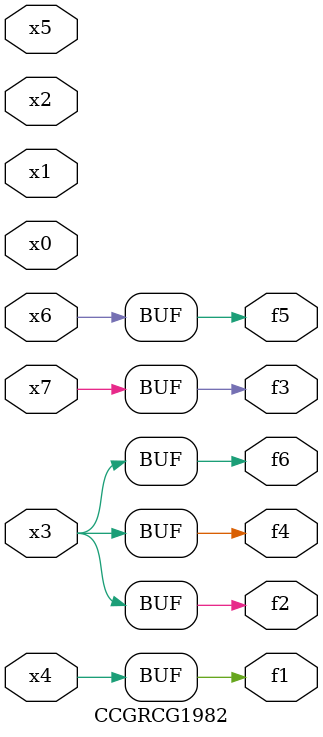
<source format=v>
module CCGRCG1982(
	input x0, x1, x2, x3, x4, x5, x6, x7,
	output f1, f2, f3, f4, f5, f6
);
	assign f1 = x4;
	assign f2 = x3;
	assign f3 = x7;
	assign f4 = x3;
	assign f5 = x6;
	assign f6 = x3;
endmodule

</source>
